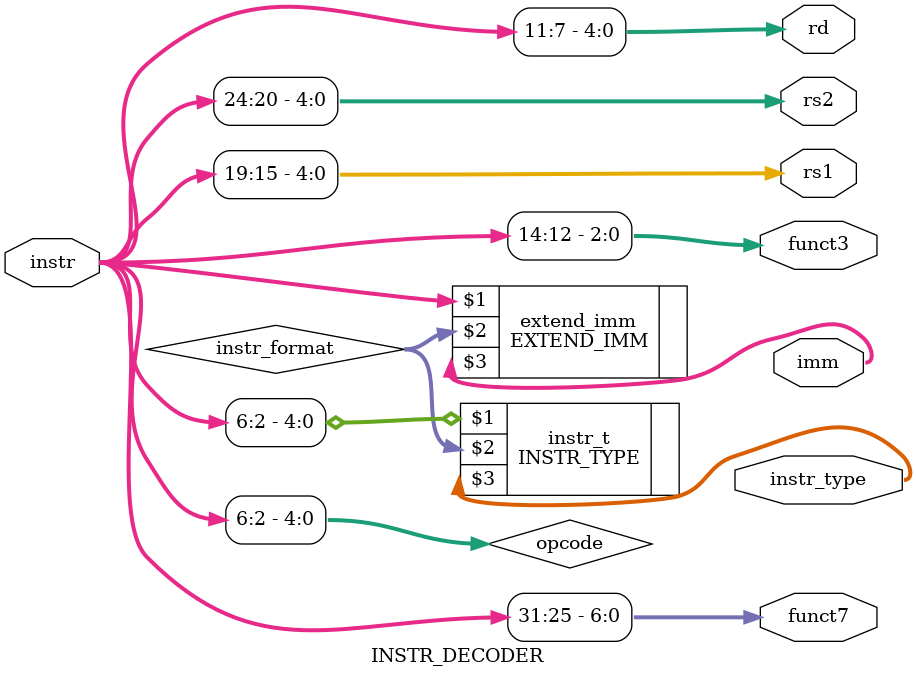
<source format=v>
module INSTR_DECODER(
    input wire [31:0] instr,
    output wire [4:0] rs1, rs2, rd,
    output wire [31:0] imm,
    output wire [2:0] funct3,
    output wire [6:0] funct7,
    output wire [4:0] instr_type
);
    assign #1 funct7 = instr[31:25];
    assign #1 rs2    = instr[24:20];
    assign #1 rs1    = instr[19:15];
    assign #1 funct3 = instr[14:12];
    assign #1 rd     = instr[11:7];
   
    wire [4:0] #1 opcode = instr[6:2];
    wire [2:0] instr_format;
 
    INSTR_TYPE instr_t(opcode, instr_format, instr_type);
    EXTEND_IMM extend_imm(instr, instr_format, imm);
endmodule

</source>
